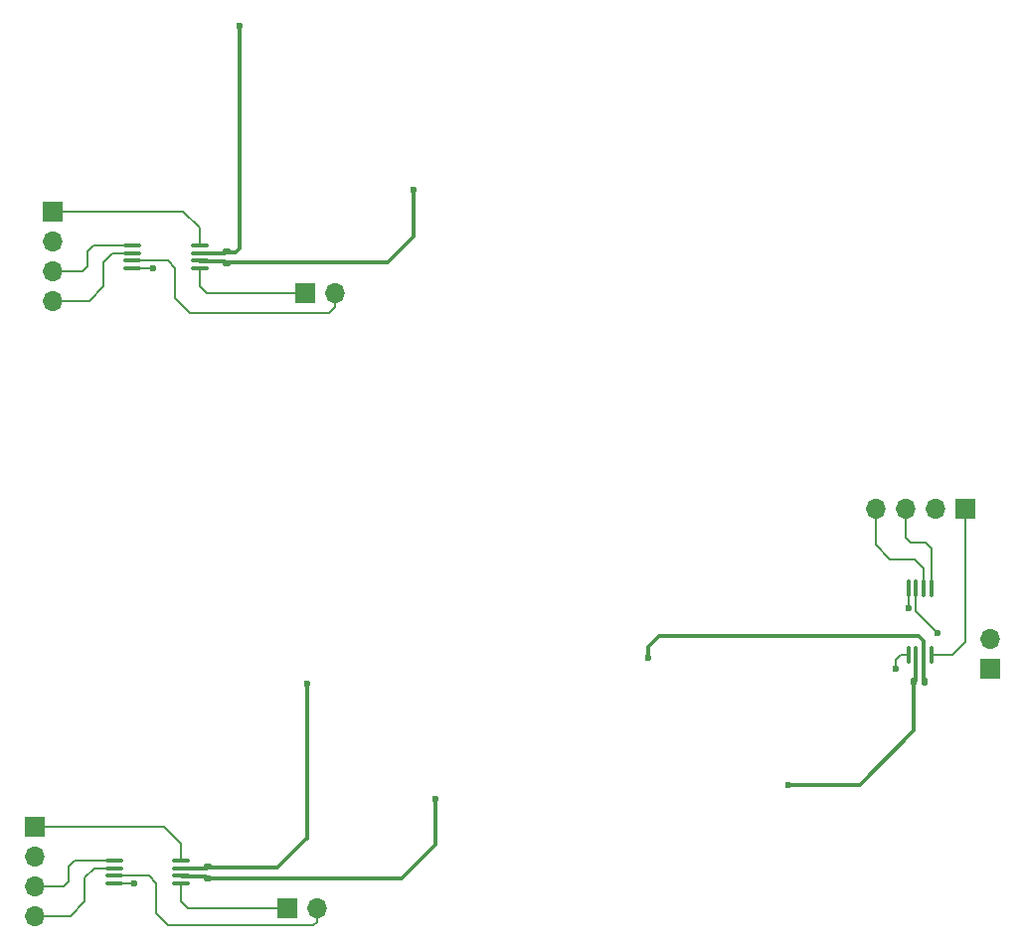
<source format=gbr>
%TF.GenerationSoftware,KiCad,Pcbnew,8.0.9-8.0.9-0~ubuntu22.04.1*%
%TF.CreationDate,2025-03-21T15:09:17+07:00*%
%TF.ProjectId,Rfid_PCB,52666964-5f50-4434-922e-6b696361645f,rev?*%
%TF.SameCoordinates,Original*%
%TF.FileFunction,Copper,L1,Top*%
%TF.FilePolarity,Positive*%
%FSLAX46Y46*%
G04 Gerber Fmt 4.6, Leading zero omitted, Abs format (unit mm)*
G04 Created by KiCad (PCBNEW 8.0.9-8.0.9-0~ubuntu22.04.1) date 2025-03-21 15:09:17*
%MOMM*%
%LPD*%
G01*
G04 APERTURE LIST*
G04 Aperture macros list*
%AMRoundRect*
0 Rectangle with rounded corners*
0 $1 Rounding radius*
0 $2 $3 $4 $5 $6 $7 $8 $9 X,Y pos of 4 corners*
0 Add a 4 corners polygon primitive as box body*
4,1,4,$2,$3,$4,$5,$6,$7,$8,$9,$2,$3,0*
0 Add four circle primitives for the rounded corners*
1,1,$1+$1,$2,$3*
1,1,$1+$1,$4,$5*
1,1,$1+$1,$6,$7*
1,1,$1+$1,$8,$9*
0 Add four rect primitives between the rounded corners*
20,1,$1+$1,$2,$3,$4,$5,0*
20,1,$1+$1,$4,$5,$6,$7,0*
20,1,$1+$1,$6,$7,$8,$9,0*
20,1,$1+$1,$8,$9,$2,$3,0*%
G04 Aperture macros list end*
%TA.AperFunction,ComponentPad*%
%ADD10O,1.700000X1.700000*%
%TD*%
%TA.AperFunction,ComponentPad*%
%ADD11R,1.700000X1.700000*%
%TD*%
%TA.AperFunction,SMDPad,CuDef*%
%ADD12RoundRect,0.100000X0.100000X-0.637500X0.100000X0.637500X-0.100000X0.637500X-0.100000X-0.637500X0*%
%TD*%
%TA.AperFunction,SMDPad,CuDef*%
%ADD13RoundRect,0.140000X-0.140000X-0.170000X0.140000X-0.170000X0.140000X0.170000X-0.140000X0.170000X0*%
%TD*%
%TA.AperFunction,SMDPad,CuDef*%
%ADD14RoundRect,0.100000X0.637500X0.100000X-0.637500X0.100000X-0.637500X-0.100000X0.637500X-0.100000X0*%
%TD*%
%TA.AperFunction,SMDPad,CuDef*%
%ADD15RoundRect,0.140000X0.170000X-0.140000X0.170000X0.140000X-0.170000X0.140000X-0.170000X-0.140000X0*%
%TD*%
%TA.AperFunction,ViaPad*%
%ADD16C,0.600000*%
%TD*%
%TA.AperFunction,Conductor*%
%ADD17C,0.200000*%
%TD*%
%TA.AperFunction,Conductor*%
%ADD18C,0.300000*%
%TD*%
G04 APERTURE END LIST*
D10*
%TO.P,REF\u002A\u002A,2*%
%TO.N,N/C*%
X159350000Y-132455000D03*
D11*
%TO.P,REF\u002A\u002A,1*%
X159350000Y-134995000D03*
%TD*%
D12*
%TO.P,REF\u002A\u002A,8*%
%TO.N,N/C*%
X152385000Y-128107500D03*
%TO.P,REF\u002A\u002A,7*%
X153035000Y-128107500D03*
%TO.P,REF\u002A\u002A,6*%
X153685000Y-128107500D03*
%TO.P,REF\u002A\u002A,5*%
X154335000Y-128107500D03*
%TO.P,REF\u002A\u002A,4*%
X154335000Y-133832500D03*
%TO.P,REF\u002A\u002A,3*%
X153685000Y-133832500D03*
%TO.P,REF\u002A\u002A,2*%
X153035000Y-133832500D03*
%TO.P,REF\u002A\u002A,1*%
X152385000Y-133832500D03*
%TD*%
D13*
%TO.P,REF\u002A\u002A,2*%
%TO.N,N/C*%
X153810000Y-136110000D03*
%TO.P,REF\u002A\u002A,1*%
X152850000Y-136110000D03*
%TD*%
D10*
%TO.P,REF\u002A\u002A,4*%
%TO.N,N/C*%
X149620000Y-121340000D03*
%TO.P,REF\u002A\u002A,3*%
X152160000Y-121340000D03*
%TO.P,REF\u002A\u002A,2*%
X154700000Y-121340000D03*
D11*
%TO.P,REF\u002A\u002A,1*%
X157240000Y-121340000D03*
%TD*%
%TO.P,,1*%
%TO.N,N/C*%
X157240000Y-121340000D03*
%TD*%
D10*
%TO.P,REF\u002A\u002A,2*%
%TO.N,N/C*%
X102015000Y-155370000D03*
D11*
%TO.P,REF\u002A\u002A,1*%
X99475000Y-155370000D03*
%TD*%
D14*
%TO.P,REF\u002A\u002A,8*%
%TO.N,N/C*%
X84732500Y-153275000D03*
%TO.P,REF\u002A\u002A,7*%
X84732500Y-152625000D03*
%TO.P,REF\u002A\u002A,6*%
X84732500Y-151975000D03*
%TO.P,REF\u002A\u002A,5*%
X84732500Y-151325000D03*
%TO.P,REF\u002A\u002A,4*%
X90457500Y-151325000D03*
%TO.P,REF\u002A\u002A,3*%
X90457500Y-151975000D03*
%TO.P,REF\u002A\u002A,2*%
X90457500Y-152625000D03*
%TO.P,REF\u002A\u002A,1*%
X90457500Y-153275000D03*
%TD*%
D15*
%TO.P,REF\u002A\u002A,2*%
%TO.N,N/C*%
X92735000Y-151850000D03*
%TO.P,REF\u002A\u002A,1*%
X92735000Y-152810000D03*
%TD*%
D10*
%TO.P,REF\u002A\u002A,4*%
%TO.N,N/C*%
X77965000Y-156040000D03*
%TO.P,REF\u002A\u002A,3*%
X77965000Y-153500000D03*
%TO.P,REF\u002A\u002A,2*%
X77965000Y-150960000D03*
D11*
%TO.P,REF\u002A\u002A,1*%
X77965000Y-148420000D03*
%TD*%
%TO.P,,1*%
%TO.N,N/C*%
X77965000Y-148420000D03*
%TD*%
D15*
%TO.P,REF\u002A\u002A,1*%
%TO.N,N/C*%
X94330000Y-100400000D03*
%TO.P,REF\u002A\u002A,2*%
X94330000Y-99440000D03*
%TD*%
D11*
%TO.P,REF\u002A\u002A,1*%
%TO.N,N/C*%
X101070000Y-102960000D03*
D10*
%TO.P,REF\u002A\u002A,2*%
X103610000Y-102960000D03*
%TD*%
D11*
%TO.P,REF\u002A\u002A,1*%
%TO.N,N/C*%
X79560000Y-96010000D03*
D10*
%TO.P,REF\u002A\u002A,2*%
X79560000Y-98550000D03*
%TO.P,REF\u002A\u002A,3*%
X79560000Y-101090000D03*
%TO.P,REF\u002A\u002A,4*%
X79560000Y-103630000D03*
%TD*%
D14*
%TO.P,REF\u002A\u002A,1*%
%TO.N,N/C*%
X92052500Y-100865000D03*
%TO.P,REF\u002A\u002A,2*%
X92052500Y-100215000D03*
%TO.P,REF\u002A\u002A,3*%
X92052500Y-99565000D03*
%TO.P,REF\u002A\u002A,4*%
X92052500Y-98915000D03*
%TO.P,REF\u002A\u002A,5*%
X86327500Y-98915000D03*
%TO.P,REF\u002A\u002A,6*%
X86327500Y-99565000D03*
%TO.P,REF\u002A\u002A,7*%
X86327500Y-100215000D03*
%TO.P,REF\u002A\u002A,8*%
X86327500Y-100865000D03*
%TD*%
D16*
%TO.N,*%
X151340000Y-134960000D03*
X154920000Y-131920000D03*
X130270000Y-134060000D03*
X142210000Y-144860000D03*
X101170000Y-136220000D03*
X112150000Y-146110000D03*
X152400000Y-129830000D03*
X86455000Y-153260000D03*
X88050000Y-100850000D03*
X95440000Y-80200000D03*
X110250000Y-94200000D03*
%TD*%
D17*
%TO.N,*%
X84732500Y-152625000D02*
X87720000Y-152625000D01*
X87720000Y-152625000D02*
X88355000Y-153260000D01*
X88355000Y-153260000D02*
X88355000Y-155800000D01*
X88355000Y-155800000D02*
X89385000Y-156830000D01*
X89385000Y-156830000D02*
X101735000Y-156830000D01*
X101735000Y-156830000D02*
X102015000Y-156550000D01*
X102015000Y-156550000D02*
X102015000Y-155370000D01*
D18*
X101025000Y-149580000D02*
X101170000Y-149435000D01*
X101170000Y-149435000D02*
X101170000Y-136220000D01*
X107360000Y-152880000D02*
X109210000Y-152880000D01*
X109210000Y-152880000D02*
X112150000Y-149940000D01*
X112150000Y-149940000D02*
X112150000Y-146110000D01*
D17*
X151340000Y-134960000D02*
X151340000Y-134240000D01*
X151340000Y-134240000D02*
X151747500Y-133832500D01*
X151747500Y-133832500D02*
X152385000Y-133832500D01*
D18*
X153685000Y-133832500D02*
X153685000Y-132645000D01*
X153685000Y-132645000D02*
X153240000Y-132200000D01*
X131170000Y-132200000D02*
X130270000Y-133100000D01*
X130270000Y-133100000D02*
X130270000Y-134060000D01*
D17*
X157240000Y-121340000D02*
X157240000Y-132720000D01*
X157240000Y-132720000D02*
X156150000Y-133810000D01*
X156150000Y-133810000D02*
X154357500Y-133810000D01*
X154357500Y-133810000D02*
X154335000Y-133832500D01*
X153035000Y-130035000D02*
X154920000Y-131920000D01*
X153035000Y-128107500D02*
X153035000Y-130035000D01*
D18*
X152850000Y-140260000D02*
X148250000Y-144860000D01*
X152850000Y-136110000D02*
X152850000Y-140260000D01*
X148250000Y-144860000D02*
X142210000Y-144860000D01*
X93485000Y-151920000D02*
X93495000Y-151930000D01*
X93495000Y-151930000D02*
X98675000Y-151930000D01*
X98675000Y-151930000D02*
X101025000Y-149580000D01*
X94330000Y-100400000D02*
X94380000Y-100350000D01*
X94380000Y-100350000D02*
X108050000Y-100350000D01*
X108050000Y-100350000D02*
X110250000Y-98150000D01*
X110250000Y-98150000D02*
X110250000Y-94200000D01*
X92735000Y-152810000D02*
X92785000Y-152760000D01*
X92830000Y-152880000D02*
X107510000Y-152880000D01*
D17*
X150840000Y-125630000D02*
X149620000Y-124410000D01*
X154335000Y-128107500D02*
X154335000Y-124735000D01*
X152890000Y-125630000D02*
X150840000Y-125630000D01*
D18*
X152990000Y-133877500D02*
X152990000Y-135970000D01*
D17*
X152160000Y-123840000D02*
X152160000Y-121340000D01*
X152385000Y-129815000D02*
X152400000Y-129830000D01*
X153685000Y-128107500D02*
X153685000Y-126425000D01*
D18*
X153035000Y-133832500D02*
X152990000Y-133877500D01*
D17*
X149620000Y-124410000D02*
X149620000Y-121340000D01*
D18*
X153685000Y-133832500D02*
X153685000Y-135985000D01*
D17*
X152385000Y-128107500D02*
X152385000Y-129815000D01*
D18*
X152990000Y-135970000D02*
X152850000Y-136110000D01*
D17*
X154335000Y-124735000D02*
X153840000Y-124240000D01*
X152560000Y-124240000D02*
X152160000Y-123840000D01*
X153685000Y-135985000D02*
X153810000Y-136110000D01*
X153840000Y-124240000D02*
X152560000Y-124240000D01*
X153685000Y-126425000D02*
X152890000Y-125630000D01*
X91057500Y-155370000D02*
X90457500Y-154770000D01*
X90457500Y-154770000D02*
X90457500Y-153275000D01*
X82255000Y-154820000D02*
X81035000Y-156040000D01*
X84732500Y-151325000D02*
X81360000Y-151325000D01*
X82255000Y-152770000D02*
X82255000Y-154820000D01*
D18*
X90502500Y-152670000D02*
X92595000Y-152670000D01*
D17*
X80465000Y-153500000D02*
X77965000Y-153500000D01*
X86440000Y-153275000D02*
X86455000Y-153260000D01*
X84732500Y-151975000D02*
X83050000Y-151975000D01*
D18*
X93465000Y-151920000D02*
X92805000Y-151920000D01*
X90457500Y-152625000D02*
X90502500Y-152670000D01*
D17*
X81035000Y-156040000D02*
X77965000Y-156040000D01*
D18*
X90457500Y-151975000D02*
X92610000Y-151975000D01*
D17*
X84732500Y-153275000D02*
X86440000Y-153275000D01*
X93465000Y-151920000D02*
X93485000Y-151920000D01*
D18*
X92595000Y-152670000D02*
X92735000Y-152810000D01*
D17*
X81360000Y-151325000D02*
X80865000Y-151820000D01*
X80865000Y-153100000D02*
X80465000Y-153500000D01*
X92610000Y-151975000D02*
X92735000Y-151850000D01*
X92805000Y-151920000D02*
X92735000Y-151850000D01*
X80865000Y-151820000D02*
X80865000Y-153100000D01*
X83050000Y-151975000D02*
X82255000Y-152770000D01*
X99475000Y-155370000D02*
X91057500Y-155370000D01*
X86327500Y-100215000D02*
X89315000Y-100215000D01*
X89950000Y-100850000D02*
X89950000Y-103390000D01*
X103070000Y-104680000D02*
X103610000Y-104140000D01*
X89315000Y-100215000D02*
X89950000Y-100850000D01*
X89950000Y-103390000D02*
X91240000Y-104680000D01*
X91240000Y-104680000D02*
X103070000Y-104680000D01*
X103610000Y-104140000D02*
X103610000Y-102960000D01*
D18*
X92052500Y-100215000D02*
X92097500Y-100260000D01*
X92097500Y-100260000D02*
X94190000Y-100260000D01*
X94190000Y-100260000D02*
X94330000Y-100400000D01*
X95060000Y-99510000D02*
X94400000Y-99510000D01*
X95440000Y-80200000D02*
X95440000Y-99150000D01*
D17*
X95060000Y-99510000D02*
X95080000Y-99510000D01*
D18*
X95080000Y-99510000D02*
X95440000Y-99150000D01*
D17*
X86327500Y-98915000D02*
X82955000Y-98915000D01*
X82460000Y-99410000D02*
X82460000Y-100690000D01*
X82955000Y-98915000D02*
X82460000Y-99410000D01*
X82460000Y-100690000D02*
X82060000Y-101090000D01*
X82060000Y-101090000D02*
X79560000Y-101090000D01*
X86327500Y-99565000D02*
X84645000Y-99565000D01*
X84645000Y-99565000D02*
X83850000Y-100360000D01*
X83850000Y-100360000D02*
X83850000Y-102410000D01*
X83850000Y-102410000D02*
X82630000Y-103630000D01*
X82630000Y-103630000D02*
X79560000Y-103630000D01*
X101070000Y-102960000D02*
X92652500Y-102960000D01*
X92652500Y-102960000D02*
X92052500Y-102360000D01*
X92052500Y-102360000D02*
X92052500Y-100865000D01*
X94205000Y-99565000D02*
X94330000Y-99440000D01*
D18*
X92052500Y-99565000D02*
X94205000Y-99565000D01*
D17*
X94400000Y-99510000D02*
X94330000Y-99440000D01*
X79560000Y-96010000D02*
X90610000Y-96010000D01*
X90610000Y-96010000D02*
X92030000Y-97430000D01*
X92030000Y-97430000D02*
X92030000Y-98892500D01*
X92030000Y-98892500D02*
X92052500Y-98915000D01*
X86327500Y-100865000D02*
X88035000Y-100865000D01*
X88035000Y-100865000D02*
X88050000Y-100850000D01*
X77965000Y-148420000D02*
X89015000Y-148420000D01*
X89015000Y-148420000D02*
X90435000Y-149840000D01*
X90435000Y-149840000D02*
X90435000Y-151302500D01*
X90435000Y-151302500D02*
X90457500Y-151325000D01*
D18*
X153240000Y-132200000D02*
X131170000Y-132200000D01*
%TD*%
M02*

</source>
